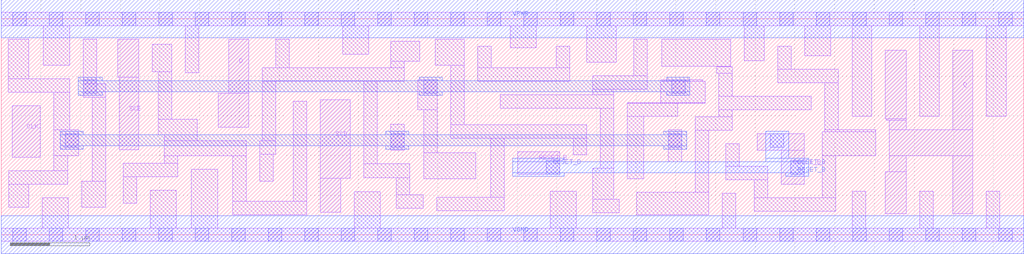
<source format=lef>
# Copyright 2020 The SkyWater PDK Authors
#
# Licensed under the Apache License, Version 2.0 (the "License");
# you may not use this file except in compliance with the License.
# You may obtain a copy of the License at
#
#     https://www.apache.org/licenses/LICENSE-2.0
#
# Unless required by applicable law or agreed to in writing, software
# distributed under the License is distributed on an "AS IS" BASIS,
# WITHOUT WARRANTIES OR CONDITIONS OF ANY KIND, either express or implied.
# See the License for the specific language governing permissions and
# limitations under the License.
#
# SPDX-License-Identifier: Apache-2.0

VERSION 5.7 ;
  NAMESCASESENSITIVE ON ;
  NOWIREEXTENSIONATPIN ON ;
  DIVIDERCHAR "/" ;
  BUSBITCHARS "[]" ;
UNITS
  DATABASE MICRONS 200 ;
END UNITS
MACRO sky130_fd_sc_hd__sdfrtp_4
  CLASS CORE ;
  SOURCE USER ;
  FOREIGN sky130_fd_sc_hd__sdfrtp_4 ;
  ORIGIN  0.000000  0.000000 ;
  SIZE  12.88000 BY  2.720000 ;
  SYMMETRY X Y R90 ;
  SITE unithd ;
  PIN D
    ANTENNAGATEAREA  0.144000 ;
    DIRECTION INPUT ;
    USE SIGNAL ;
    PORT
      LAYER li1 ;
        RECT 2.735000 1.355000 3.120000 1.785000 ;
        RECT 2.865000 1.785000 3.120000 2.465000 ;
    END
  END D
  PIN Q
    ANTENNADIFFAREA  0.891000 ;
    DIRECTION OUTPUT ;
    USE SIGNAL ;
    PORT
      LAYER li1 ;
        RECT 11.140000 0.265000 11.400000 0.795000 ;
        RECT 11.140000 1.460000 11.400000 2.325000 ;
        RECT 11.150000 1.445000 11.400000 1.460000 ;
        RECT 11.190000 0.795000 11.400000 0.995000 ;
        RECT 11.190000 0.995000 12.240000 1.325000 ;
        RECT 11.190000 1.325000 11.400000 1.445000 ;
        RECT 11.990000 0.265000 12.240000 0.995000 ;
        RECT 11.990000 1.325000 12.240000 2.325000 ;
    END
  END Q
  PIN RESET_B
    ANTENNAGATEAREA  0.252000 ;
    DIRECTION INPUT ;
    USE SIGNAL ;
    PORT
      LAYER li1 ;
        RECT 6.505000 0.765000 7.035000 1.045000 ;
      LAYER mcon ;
        RECT 6.865000 0.765000 7.035000 0.935000 ;
    END
    PORT
      LAYER li1 ;
        RECT 9.525000 1.065000 10.115000 1.275000 ;
        RECT 9.825000 0.635000 10.115000 1.065000 ;
      LAYER mcon ;
        RECT 9.690000 1.105000  9.860000 1.275000 ;
        RECT 9.945000 0.765000 10.115000 0.935000 ;
    END
    PORT
      LAYER met1 ;
        RECT 6.445000 0.735000  7.095000 0.780000 ;
        RECT 6.445000 0.780000 10.175000 0.920000 ;
        RECT 6.445000 0.920000  7.095000 0.965000 ;
        RECT 9.630000 0.920000 10.175000 0.965000 ;
        RECT 9.630000 0.965000  9.920000 1.305000 ;
        RECT 9.885000 0.735000 10.175000 0.780000 ;
    END
  END RESET_B
  PIN SCD
    ANTENNAGATEAREA  0.156600 ;
    DIRECTION INPUT ;
    USE SIGNAL ;
    PORT
      LAYER li1 ;
        RECT 4.020000 0.285000 4.275000 0.710000 ;
        RECT 4.020000 0.710000 4.395000 1.700000 ;
    END
  END SCD
  PIN SCE
    ANTENNAGATEAREA  0.435000 ;
    DIRECTION INPUT ;
    USE SIGNAL ;
    PORT
      LAYER li1 ;
        RECT 1.465000 1.985000 1.730000 2.465000 ;
        RECT 1.485000 1.070000 1.730000 1.985000 ;
    END
  END SCE
  PIN CLK
    ANTENNAGATEAREA  0.247500 ;
    DIRECTION INPUT ;
    USE CLOCK ;
    PORT
      LAYER li1 ;
        RECT 0.140000 0.975000 0.490000 1.625000 ;
    END
  END CLK
  PIN VGND
    DIRECTION INOUT ;
    SHAPE ABUTMENT ;
    USE GROUND ;
    PORT
      LAYER met1 ;
        RECT 0.000000 -0.240000 12.880000 0.240000 ;
    END
  END VGND
  PIN VPWR
    DIRECTION INOUT ;
    SHAPE ABUTMENT ;
    USE POWER ;
    PORT
      LAYER met1 ;
        RECT 0.000000 2.480000 12.880000 2.960000 ;
    END
  END VPWR
  OBS
    LAYER li1 ;
      RECT  0.000000 -0.085000 12.880000 0.085000 ;
      RECT  0.000000  2.635000 12.880000 2.805000 ;
      RECT  0.090000  1.795000  0.865000 1.965000 ;
      RECT  0.090000  1.965000  0.345000 2.465000 ;
      RECT  0.095000  0.345000  0.345000 0.635000 ;
      RECT  0.095000  0.635000  0.835000 0.805000 ;
      RECT  0.515000  0.085000  0.845000 0.465000 ;
      RECT  0.530000  2.135000  0.860000 2.635000 ;
      RECT  0.660000  0.805000  0.835000 0.995000 ;
      RECT  0.660000  0.995000  0.975000 1.325000 ;
      RECT  0.660000  1.325000  0.865000 1.795000 ;
      RECT  1.015000  0.345000  1.315000 0.675000 ;
      RECT  1.035000  1.730000  1.315000 1.900000 ;
      RECT  1.035000  1.900000  1.205000 2.465000 ;
      RECT  1.145000  0.675000  1.315000 1.730000 ;
      RECT  1.535000  0.395000  1.705000 0.730000 ;
      RECT  1.535000  0.730000  2.225000 0.900000 ;
      RECT  1.875000  0.085000  2.205000 0.560000 ;
      RECT  1.900000  2.055000  2.150000 2.400000 ;
      RECT  1.980000  1.260000  2.470000 1.455000 ;
      RECT  1.980000  1.455000  2.150000 2.055000 ;
      RECT  2.055000  0.900000  2.225000 0.995000 ;
      RECT  2.055000  0.995000  3.085000 1.185000 ;
      RECT  2.055000  1.185000  2.470000 1.260000 ;
      RECT  2.320000  2.040000  2.490000 2.635000 ;
      RECT  2.395000  0.085000  2.725000 0.825000 ;
      RECT  2.915000  0.255000  3.850000 0.425000 ;
      RECT  2.915000  0.425000  3.085000 0.995000 ;
      RECT  3.255000  0.675000  3.425000 1.015000 ;
      RECT  3.255000  1.015000  3.460000 1.185000 ;
      RECT  3.290000  1.185000  3.460000 1.935000 ;
      RECT  3.290000  1.935000  5.075000 2.105000 ;
      RECT  3.460000  2.105000  3.630000 2.465000 ;
      RECT  3.680000  0.425000  3.850000 1.685000 ;
      RECT  4.300000  2.275000  4.630000 2.635000 ;
      RECT  4.445000  0.085000  4.775000 0.540000 ;
      RECT  4.565000  0.715000  5.145000 0.895000 ;
      RECT  4.565000  0.895000  4.735000 1.935000 ;
      RECT  4.905000  1.065000  5.075000 1.395000 ;
      RECT  4.905000  2.105000  5.075000 2.185000 ;
      RECT  4.905000  2.185000  5.275000 2.435000 ;
      RECT  4.975000  0.335000  5.315000 0.505000 ;
      RECT  4.975000  0.505000  5.145000 0.715000 ;
      RECT  5.245000  1.575000  5.495000 1.955000 ;
      RECT  5.325000  0.705000  5.975000 1.035000 ;
      RECT  5.325000  1.035000  5.495000 1.575000 ;
      RECT  5.470000  2.135000  5.835000 2.465000 ;
      RECT  5.485000  0.305000  6.335000 0.475000 ;
      RECT  5.665000  1.215000  7.375000 1.385000 ;
      RECT  5.665000  1.385000  5.835000 2.135000 ;
      RECT  6.005000  1.935000  7.165000 2.105000 ;
      RECT  6.005000  2.105000  6.175000 2.375000 ;
      RECT  6.165000  0.475000  6.335000 1.215000 ;
      RECT  6.285000  1.595000  7.715000 1.765000 ;
      RECT  6.410000  2.355000  6.740000 2.635000 ;
      RECT  6.915000  0.085000  7.245000 0.545000 ;
      RECT  6.995000  2.105000  7.165000 2.375000 ;
      RECT  7.205000  1.005000  7.375000 1.215000 ;
      RECT  7.375000  2.175000  7.745000 2.635000 ;
      RECT  7.455000  0.275000  7.785000 0.445000 ;
      RECT  7.455000  0.445000  7.715000 0.835000 ;
      RECT  7.455000  1.765000  7.715000 1.835000 ;
      RECT  7.455000  1.835000  8.140000 2.005000 ;
      RECT  7.545000  0.835000  7.715000 1.595000 ;
      RECT  7.885000  0.705000  8.095000 1.495000 ;
      RECT  7.885000  1.495000  8.520000 1.655000 ;
      RECT  7.885000  1.655000  8.870000 1.665000 ;
      RECT  7.970000  2.005000  8.140000 2.465000 ;
      RECT  8.005000  0.255000  8.915000 0.535000 ;
      RECT  8.310000  1.665000  8.870000 1.935000 ;
      RECT  8.310000  1.935000  8.840000 1.955000 ;
      RECT  8.320000  2.125000  9.190000 2.465000 ;
      RECT  8.405000  0.920000  8.575000 1.325000 ;
      RECT  8.745000  0.535000  8.915000 1.315000 ;
      RECT  8.745000  1.315000  9.210000 1.485000 ;
      RECT  9.015000  2.035000  9.210000 2.115000 ;
      RECT  9.015000  2.115000  9.190000 2.125000 ;
      RECT  9.040000  1.485000  9.210000 1.575000 ;
      RECT  9.040000  1.575000 10.205000 1.745000 ;
      RECT  9.040000  1.745000  9.210000 2.035000 ;
      RECT  9.085000  0.085000  9.255000 0.525000 ;
      RECT  9.125000  0.695000  9.655000 0.865000 ;
      RECT  9.125000  0.865000  9.295000 1.145000 ;
      RECT  9.360000  2.195000  9.610000 2.635000 ;
      RECT  9.485000  0.295000 10.515000 0.465000 ;
      RECT  9.485000  0.465000  9.655000 0.695000 ;
      RECT  9.780000  1.915000 10.545000 2.085000 ;
      RECT  9.780000  2.085000  9.950000 2.375000 ;
      RECT 10.120000  2.255000 10.450000 2.635000 ;
      RECT 10.345000  0.465000 10.515000 0.995000 ;
      RECT 10.345000  0.995000 11.020000 1.295000 ;
      RECT 10.375000  1.295000 11.020000 1.325000 ;
      RECT 10.375000  1.325000 10.545000 1.915000 ;
      RECT 10.720000  0.085000 10.890000 0.545000 ;
      RECT 10.720000  1.495000 10.970000 2.635000 ;
      RECT 11.570000  0.085000 11.740000 0.545000 ;
      RECT 11.570000  1.495000 11.820000 2.635000 ;
      RECT 12.410000  0.085000 12.580000 0.545000 ;
      RECT 12.410000  1.495000 12.660000 2.635000 ;
    LAYER mcon ;
      RECT  0.145000 -0.085000  0.315000 0.085000 ;
      RECT  0.145000  2.635000  0.315000 2.805000 ;
      RECT  0.605000 -0.085000  0.775000 0.085000 ;
      RECT  0.605000  2.635000  0.775000 2.805000 ;
      RECT  0.805000  1.105000  0.975000 1.275000 ;
      RECT  1.035000  1.785000  1.205000 1.955000 ;
      RECT  1.065000 -0.085000  1.235000 0.085000 ;
      RECT  1.065000  2.635000  1.235000 2.805000 ;
      RECT  1.525000 -0.085000  1.695000 0.085000 ;
      RECT  1.525000  2.635000  1.695000 2.805000 ;
      RECT  1.985000 -0.085000  2.155000 0.085000 ;
      RECT  1.985000  2.635000  2.155000 2.805000 ;
      RECT  2.445000 -0.085000  2.615000 0.085000 ;
      RECT  2.445000  2.635000  2.615000 2.805000 ;
      RECT  2.905000 -0.085000  3.075000 0.085000 ;
      RECT  2.905000  2.635000  3.075000 2.805000 ;
      RECT  3.365000 -0.085000  3.535000 0.085000 ;
      RECT  3.365000  2.635000  3.535000 2.805000 ;
      RECT  3.825000 -0.085000  3.995000 0.085000 ;
      RECT  3.825000  2.635000  3.995000 2.805000 ;
      RECT  4.285000 -0.085000  4.455000 0.085000 ;
      RECT  4.285000  2.635000  4.455000 2.805000 ;
      RECT  4.745000 -0.085000  4.915000 0.085000 ;
      RECT  4.745000  2.635000  4.915000 2.805000 ;
      RECT  4.905000  1.105000  5.075000 1.275000 ;
      RECT  5.205000 -0.085000  5.375000 0.085000 ;
      RECT  5.205000  2.635000  5.375000 2.805000 ;
      RECT  5.325000  1.785000  5.495000 1.955000 ;
      RECT  5.665000 -0.085000  5.835000 0.085000 ;
      RECT  5.665000  2.635000  5.835000 2.805000 ;
      RECT  6.125000 -0.085000  6.295000 0.085000 ;
      RECT  6.125000  2.635000  6.295000 2.805000 ;
      RECT  6.585000 -0.085000  6.755000 0.085000 ;
      RECT  6.585000  2.635000  6.755000 2.805000 ;
      RECT  7.045000 -0.085000  7.215000 0.085000 ;
      RECT  7.045000  2.635000  7.215000 2.805000 ;
      RECT  7.505000 -0.085000  7.675000 0.085000 ;
      RECT  7.505000  2.635000  7.675000 2.805000 ;
      RECT  7.965000 -0.085000  8.135000 0.085000 ;
      RECT  7.965000  2.635000  8.135000 2.805000 ;
      RECT  8.405000  1.105000  8.575000 1.275000 ;
      RECT  8.425000 -0.085000  8.595000 0.085000 ;
      RECT  8.425000  2.635000  8.595000 2.805000 ;
      RECT  8.445000  1.785000  8.615000 1.955000 ;
      RECT  8.885000 -0.085000  9.055000 0.085000 ;
      RECT  8.885000  2.635000  9.055000 2.805000 ;
      RECT  9.345000 -0.085000  9.515000 0.085000 ;
      RECT  9.345000  2.635000  9.515000 2.805000 ;
      RECT  9.805000 -0.085000  9.975000 0.085000 ;
      RECT  9.805000  2.635000  9.975000 2.805000 ;
      RECT 10.265000 -0.085000 10.435000 0.085000 ;
      RECT 10.265000  2.635000 10.435000 2.805000 ;
      RECT 10.725000 -0.085000 10.895000 0.085000 ;
      RECT 10.725000  2.635000 10.895000 2.805000 ;
      RECT 11.185000 -0.085000 11.355000 0.085000 ;
      RECT 11.185000  2.635000 11.355000 2.805000 ;
      RECT 11.645000 -0.085000 11.815000 0.085000 ;
      RECT 11.645000  2.635000 11.815000 2.805000 ;
      RECT 12.105000 -0.085000 12.275000 0.085000 ;
      RECT 12.105000  2.635000 12.275000 2.805000 ;
      RECT 12.565000 -0.085000 12.735000 0.085000 ;
      RECT 12.565000  2.635000 12.735000 2.805000 ;
    LAYER met1 ;
      RECT 0.745000 1.075000 1.035000 1.120000 ;
      RECT 0.745000 1.120000 8.635000 1.260000 ;
      RECT 0.745000 1.260000 1.035000 1.305000 ;
      RECT 0.970000 1.755000 1.270000 1.800000 ;
      RECT 0.970000 1.800000 8.675000 1.940000 ;
      RECT 0.970000 1.940000 1.270000 1.985000 ;
      RECT 4.845000 1.075000 5.135000 1.120000 ;
      RECT 4.845000 1.260000 5.135000 1.305000 ;
      RECT 5.265000 1.755000 5.555000 1.800000 ;
      RECT 5.265000 1.940000 5.555000 1.985000 ;
      RECT 8.345000 1.075000 8.635000 1.120000 ;
      RECT 8.345000 1.260000 8.635000 1.305000 ;
      RECT 8.385000 1.755000 8.675000 1.800000 ;
      RECT 8.385000 1.940000 8.675000 1.985000 ;
  END
END sky130_fd_sc_hd__sdfrtp_4

</source>
